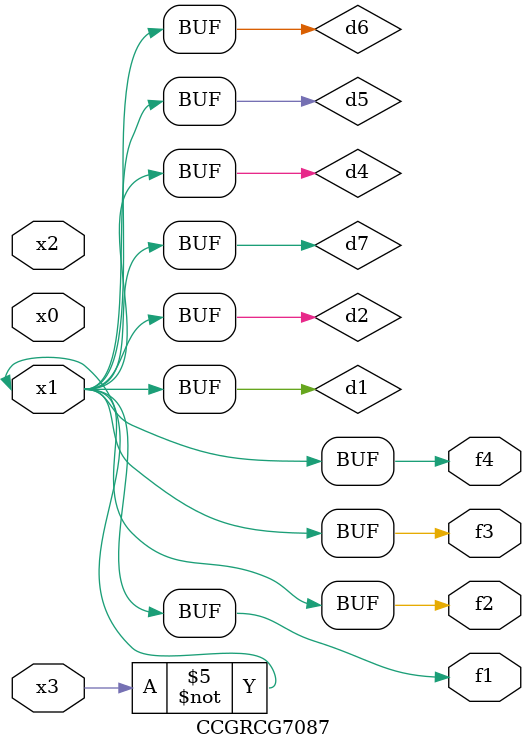
<source format=v>
module CCGRCG7087(
	input x0, x1, x2, x3,
	output f1, f2, f3, f4
);

	wire d1, d2, d3, d4, d5, d6, d7;

	not (d1, x3);
	buf (d2, x1);
	xnor (d3, d1, d2);
	nor (d4, d1);
	buf (d5, d1, d2);
	buf (d6, d4, d5);
	nand (d7, d4);
	assign f1 = d6;
	assign f2 = d7;
	assign f3 = d6;
	assign f4 = d6;
endmodule

</source>
